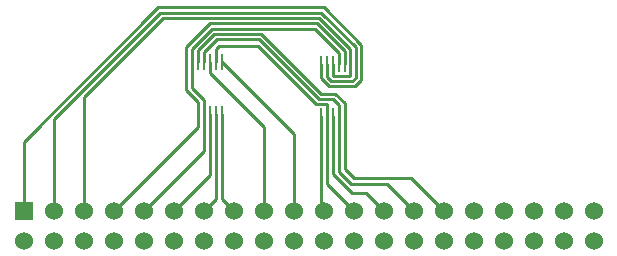
<source format=gbr>
%TF.GenerationSoftware,KiCad,Pcbnew,7.0.10*%
%TF.CreationDate,2024-02-12T14:11:09-08:00*%
%TF.ProjectId,prototypemeasurement,70726f74-6f74-4797-9065-6d6561737572,rev?*%
%TF.SameCoordinates,Original*%
%TF.FileFunction,Copper,L1,Top*%
%TF.FilePolarity,Positive*%
%FSLAX46Y46*%
G04 Gerber Fmt 4.6, Leading zero omitted, Abs format (unit mm)*
G04 Created by KiCad (PCBNEW 7.0.10) date 2024-02-12 14:11:09*
%MOMM*%
%LPD*%
G01*
G04 APERTURE LIST*
%TA.AperFunction,SMDPad,CuDef*%
%ADD10R,0.279400X1.333500*%
%TD*%
%TA.AperFunction,ComponentPad*%
%ADD11R,1.530000X1.530000*%
%TD*%
%TA.AperFunction,ComponentPad*%
%ADD12C,1.530000*%
%TD*%
%TA.AperFunction,Conductor*%
%ADD13C,0.250000*%
%TD*%
G04 APERTURE END LIST*
D10*
%TO.P,U2,1,CS*%
%TO.N,Net-(U2-CS)*%
X136937496Y-50406300D03*
%TO.P,U2,2,MOSI*%
%TO.N,Net-(U1-MOSI)*%
X137437622Y-50406300D03*
%TO.P,U2,3,ALERT*%
%TO.N,Net-(U2-ALERT)*%
X137937748Y-50406300D03*
%TO.P,U2,4,MISO*%
%TO.N,Net-(U1-MISO)*%
X138437874Y-50406300D03*
%TO.P,U2,5,SCLK*%
%TO.N,Net-(U1-SCLK)*%
X138938000Y-50406300D03*
%TO.P,U2,6,VS*%
%TO.N,Net-(U1-VS)*%
X138938000Y-45974000D03*
%TO.P,U2,7,GND*%
%TO.N,Net-(U1-GND)*%
X138437874Y-45974000D03*
%TO.P,U2,8,VBUS*%
%TO.N,Net-(U2-VBUS)*%
X137937748Y-45974000D03*
%TO.P,U2,9,IN-*%
%TO.N,Net-(U2-IN-)*%
X137437622Y-45974000D03*
%TO.P,U2,10,IN+*%
%TO.N,Net-(U2-IN+)*%
X136937496Y-45974000D03*
%TD*%
D11*
%TO.P,J1,01,01*%
%TO.N,Net-(U2-IN+)*%
X111760000Y-58420000D03*
D12*
%TO.P,J1,02,02*%
%TO.N,unconnected-(J1-Pad02)*%
X111760000Y-60960000D03*
%TO.P,J1,03,03*%
%TO.N,Net-(U2-IN-)*%
X114300000Y-58420000D03*
%TO.P,J1,04,04*%
%TO.N,unconnected-(J1-Pad04)*%
X114300000Y-60960000D03*
%TO.P,J1,05,05*%
%TO.N,Net-(U2-VBUS)*%
X116840000Y-58420000D03*
%TO.P,J1,06,06*%
%TO.N,unconnected-(J1-Pad06)*%
X116840000Y-60960000D03*
%TO.P,J1,07,07*%
%TO.N,Net-(U1-VS)*%
X119380000Y-58420000D03*
%TO.P,J1,08,08*%
%TO.N,unconnected-(J1-Pad08)*%
X119380000Y-60960000D03*
%TO.P,J1,09,09*%
%TO.N,Net-(U1-GND)*%
X121920000Y-58420000D03*
%TO.P,J1,10,10*%
%TO.N,unconnected-(J1-Pad10)*%
X121920000Y-60960000D03*
%TO.P,J1,11,11*%
%TO.N,Net-(U1-VBUS)*%
X124460000Y-58420000D03*
%TO.P,J1,12,12*%
%TO.N,unconnected-(J1-Pad12)*%
X124460000Y-60960000D03*
%TO.P,J1,13,13*%
%TO.N,Net-(U1-IN-)*%
X127000000Y-58420000D03*
%TO.P,J1,14,14*%
%TO.N,unconnected-(J1-Pad14)*%
X127000000Y-60960000D03*
%TO.P,J1,15,15*%
%TO.N,Net-(U1-IN+)*%
X129540000Y-58420000D03*
%TO.P,J1,16,16*%
%TO.N,unconnected-(J1-Pad16)*%
X129540000Y-60960000D03*
%TO.P,J1,17,17*%
%TO.N,Net-(U1-ALERT)*%
X132080000Y-58420000D03*
%TO.P,J1,18,18*%
%TO.N,unconnected-(J1-Pad18)*%
X132080000Y-60960000D03*
%TO.P,J1,19,19*%
%TO.N,Net-(U1-CS)*%
X134620000Y-58420000D03*
%TO.P,J1,20,20*%
%TO.N,unconnected-(J1-Pad20)*%
X134620000Y-60960000D03*
%TO.P,J1,21,21*%
%TO.N,Net-(U2-CS)*%
X137160000Y-58420000D03*
%TO.P,J1,22,22*%
%TO.N,unconnected-(J1-Pad22)*%
X137160000Y-60960000D03*
%TO.P,J1,23,23*%
%TO.N,Net-(U1-MOSI)*%
X139700000Y-58420000D03*
%TO.P,J1,24,24*%
%TO.N,unconnected-(J1-Pad24)*%
X139700000Y-60960000D03*
%TO.P,J1,25,25*%
%TO.N,Net-(U2-ALERT)*%
X142240000Y-58420000D03*
%TO.P,J1,26,26*%
%TO.N,unconnected-(J1-Pad26)*%
X142240000Y-60960000D03*
%TO.P,J1,27,27*%
%TO.N,Net-(U1-MISO)*%
X144780000Y-58420000D03*
%TO.P,J1,28,28*%
%TO.N,unconnected-(J1-Pad28)*%
X144780000Y-60960000D03*
%TO.P,J1,29,29*%
%TO.N,Net-(U1-SCLK)*%
X147320000Y-58420000D03*
%TO.P,J1,30,30*%
%TO.N,unconnected-(J1-Pad30)*%
X147320000Y-60960000D03*
%TO.P,J1,31,31*%
%TO.N,unconnected-(J1-Pad31)*%
X149860000Y-58420000D03*
%TO.P,J1,32,32*%
%TO.N,unconnected-(J1-Pad32)*%
X149860000Y-60960000D03*
%TO.P,J1,33,33*%
%TO.N,unconnected-(J1-Pad33)*%
X152400000Y-58420000D03*
%TO.P,J1,34,34*%
%TO.N,unconnected-(J1-Pad34)*%
X152400000Y-60960000D03*
%TO.P,J1,35,35*%
%TO.N,unconnected-(J1-Pad35)*%
X154940000Y-58420000D03*
%TO.P,J1,36,36*%
%TO.N,unconnected-(J1-Pad36)*%
X154940000Y-60960000D03*
%TO.P,J1,37,37*%
%TO.N,unconnected-(J1-Pad37)*%
X157480000Y-58420000D03*
%TO.P,J1,38,38*%
%TO.N,unconnected-(J1-Pad38)*%
X157480000Y-60960000D03*
%TO.P,J1,39,39*%
%TO.N,unconnected-(J1-Pad39)*%
X160020000Y-58420000D03*
%TO.P,J1,40,40*%
%TO.N,unconnected-(J1-Pad40)*%
X160020000Y-60960000D03*
%TD*%
D10*
%TO.P,U1,1,CS*%
%TO.N,Net-(U1-CS)*%
X128508252Y-45789850D03*
%TO.P,U1,2,MOSI*%
%TO.N,Net-(U1-MOSI)*%
X128008126Y-45789850D03*
%TO.P,U1,3,ALERT*%
%TO.N,Net-(U1-ALERT)*%
X127508000Y-45789850D03*
%TO.P,U1,4,MISO*%
%TO.N,Net-(U1-MISO)*%
X127007874Y-45789850D03*
%TO.P,U1,5,SCLK*%
%TO.N,Net-(U1-SCLK)*%
X126507748Y-45789850D03*
%TO.P,U1,6,VS*%
%TO.N,Net-(U1-VS)*%
X126507748Y-50222150D03*
%TO.P,U1,7,GND*%
%TO.N,Net-(U1-GND)*%
X127007874Y-50222150D03*
%TO.P,U1,8,VBUS*%
%TO.N,Net-(U1-VBUS)*%
X127508000Y-50222150D03*
%TO.P,U1,9,IN-*%
%TO.N,Net-(U1-IN-)*%
X128008126Y-50222150D03*
%TO.P,U1,10,IN+*%
%TO.N,Net-(U1-IN+)*%
X128508252Y-50222150D03*
%TD*%
D13*
%TO.N,Net-(U1-IN+)*%
X128508252Y-57388252D02*
X129540000Y-58420000D01*
X128508252Y-50222150D02*
X128508252Y-57388252D01*
%TO.N,Net-(U1-CS)*%
X134620000Y-51901598D02*
X134620000Y-58420000D01*
X128508252Y-45789850D02*
X134620000Y-51901598D01*
%TO.N,Net-(U1-IN-)*%
X128008126Y-57411874D02*
X127000000Y-58420000D01*
X128008126Y-50222150D02*
X128008126Y-57411874D01*
%TO.N,Net-(U1-MOSI)*%
X137402196Y-49414550D02*
X136536550Y-49414550D01*
X137437622Y-49449976D02*
X137402196Y-49414550D01*
X137437622Y-50406300D02*
X137437622Y-56157622D01*
X137437622Y-56157622D02*
X139700000Y-58420000D01*
X136536550Y-49414550D02*
X131572000Y-44450000D01*
X137437622Y-50406300D02*
X137437622Y-49449976D01*
X131572000Y-44450000D02*
X128270000Y-44450000D01*
X128270000Y-44450000D02*
X128008126Y-44711874D01*
X128008126Y-44711874D02*
X128008126Y-45789850D01*
%TO.N,Net-(U1-VBUS)*%
X127508000Y-55372000D02*
X124460000Y-58420000D01*
X127508000Y-50222150D02*
X127508000Y-55372000D01*
%TO.N,Net-(U1-ALERT)*%
X127508000Y-45789850D02*
X127508000Y-46746174D01*
X132080000Y-51318174D02*
X132080000Y-58420000D01*
X127508000Y-46746174D02*
X132080000Y-51318174D01*
%TO.N,Net-(U1-GND)*%
X127007874Y-50222150D02*
X127007874Y-52605126D01*
X127007874Y-52605126D02*
X127007874Y-53332126D01*
X138437874Y-45017676D02*
X136404198Y-42984000D01*
X125984000Y-44704000D02*
X125984000Y-48006000D01*
X127704000Y-42984000D02*
X125984000Y-44704000D01*
X127007874Y-49029874D02*
X127007874Y-50222150D01*
X136404198Y-42984000D02*
X127704000Y-42984000D01*
X125984000Y-48006000D02*
X127007874Y-49029874D01*
X127007874Y-53332126D02*
X121920000Y-58420000D01*
X138437874Y-45974000D02*
X138437874Y-45017676D01*
%TO.N,Net-(U1-MISO)*%
X138437874Y-55125874D02*
X138437874Y-50406300D01*
X144780000Y-58420000D02*
X142494000Y-56134000D01*
X127007874Y-44969796D02*
X128093670Y-43884000D01*
X138437874Y-49449976D02*
X138437874Y-50406300D01*
X137952448Y-48964550D02*
X138437874Y-49449976D01*
X142494000Y-56134000D02*
X139446000Y-56134000D01*
X136722946Y-48964550D02*
X137952448Y-48964550D01*
X128093670Y-43884000D02*
X131642396Y-43884000D01*
X139446000Y-56134000D02*
X138437874Y-55125874D01*
X127007874Y-45789850D02*
X127007874Y-44969796D01*
X131642396Y-43884000D02*
X136722946Y-48964550D01*
%TO.N,Net-(U1-VS)*%
X136590594Y-42534000D02*
X127517604Y-42534000D01*
X126507748Y-51292252D02*
X119380000Y-58420000D01*
X125534000Y-48192396D02*
X126507748Y-49166144D01*
X126507748Y-50222150D02*
X126507748Y-51292252D01*
X126507748Y-49166144D02*
X126507748Y-50222150D01*
X125534000Y-44517604D02*
X125534000Y-48192396D01*
X127517604Y-42534000D02*
X125534000Y-44517604D01*
X138938000Y-44881406D02*
X136590594Y-42534000D01*
X138938000Y-45974000D02*
X138938000Y-44881406D01*
%TO.N,Net-(U1-SCLK)*%
X138938000Y-54864000D02*
X139700000Y-55626000D01*
X139700000Y-55626000D02*
X144526000Y-55626000D01*
X144526000Y-55626000D02*
X147320000Y-58420000D01*
X138138294Y-48514000D02*
X138938000Y-49313706D01*
X136908792Y-48514000D02*
X138138294Y-48514000D01*
X138938000Y-49313706D02*
X138938000Y-50406300D01*
X126507748Y-45789850D02*
X126507748Y-44833526D01*
X127907274Y-43434000D02*
X131828792Y-43434000D01*
X138938000Y-50406300D02*
X138938000Y-54864000D01*
X126507748Y-44833526D02*
X127907274Y-43434000D01*
X131828792Y-43434000D02*
X136908792Y-48514000D01*
%TO.N,Net-(U2-IN+)*%
X136937496Y-45974000D02*
X136937496Y-47202864D01*
X111760000Y-52575208D02*
X111760000Y-58420000D01*
X140302700Y-47338542D02*
X140302700Y-44336918D01*
X140302700Y-44336918D02*
X137149782Y-41184000D01*
X139775492Y-47865750D02*
X140302700Y-47338542D01*
X136937496Y-47202864D02*
X137600382Y-47865750D01*
X137149782Y-41184000D02*
X123151208Y-41184000D01*
X137600382Y-47865750D02*
X139775492Y-47865750D01*
X123151208Y-41184000D02*
X111760000Y-52575208D01*
%TO.N,Net-(U2-CS)*%
X136937496Y-58197496D02*
X137160000Y-58420000D01*
X136937496Y-50406300D02*
X136937496Y-58197496D01*
%TO.N,Net-(U2-IN-)*%
X137437622Y-45974000D02*
X137437622Y-47066594D01*
X123337604Y-41634000D02*
X114300000Y-50671604D01*
X114300000Y-50671604D02*
X114300000Y-58420000D01*
X137786778Y-47415750D02*
X139589096Y-47415750D01*
X139852700Y-44523314D02*
X136963386Y-41634000D01*
X137437622Y-47066594D02*
X137786778Y-47415750D01*
X136963386Y-41634000D02*
X123337604Y-41634000D01*
X139589096Y-47415750D02*
X139852700Y-47152146D01*
X139852700Y-47152146D02*
X139852700Y-44523314D01*
%TO.N,Net-(U2-ALERT)*%
X139571604Y-56896000D02*
X140716000Y-56896000D01*
X140716000Y-56896000D02*
X142240000Y-58420000D01*
X137937748Y-50406300D02*
X137937748Y-55262144D01*
X137937748Y-55262144D02*
X139571604Y-56896000D01*
%TO.N,Net-(U2-VBUS)*%
X137973174Y-46965750D02*
X139402700Y-46965750D01*
X137937748Y-46930324D02*
X137973174Y-46965750D01*
X139402700Y-46965750D02*
X139402700Y-44709710D01*
X116840000Y-48768000D02*
X116840000Y-58420000D01*
X139402700Y-44709710D02*
X136776990Y-42084000D01*
X136776990Y-42084000D02*
X123524000Y-42084000D01*
X137937748Y-45974000D02*
X137937748Y-46930324D01*
X123524000Y-42084000D02*
X116840000Y-48768000D01*
%TD*%
M02*

</source>
